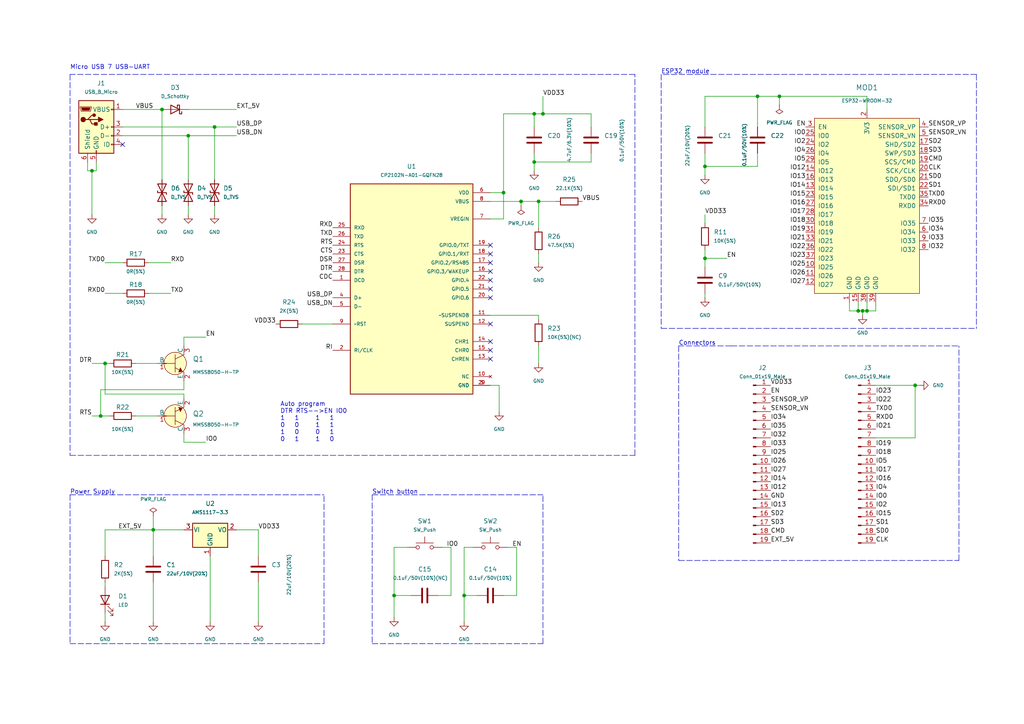
<source format=kicad_sch>
(kicad_sch (version 20211123) (generator eeschema)
  (paper "A4")
  (title_block (title "ESP32 Devkit clone") (date "2021-07-19") (rev "1"))
  (lib_symbols
    (symbol "CP2102N-A01-GQFN28:CP2102N-A01-GQFN28" (pin_names (offset 1.016))
      (property "Reference" "U" (at -17.8308 31.0896 0))
      (property "Value" "CP2102N-A01-GQFN28" (at -17.8054 -31.0388 0))
      (symbol "CP2102N-A01-GQFN28_0_0"
        (rectangle (start -17.78 -30.48) (end 17.78 30.48) (stroke (width 0.254)) (fill (type background)))
        (pin input line (at -22.86 2.54 0) (length 5.08) (name "DCD") (number "1"))
        (pin no_connect line (at 22.86 -25.4 180) (length 5.08) (name "NC") (number "10"))
        (pin output line (at 22.86 -7.62 180) (length 5.08) (name "~SUSPENDB") (number "11"))
        (pin output line (at 22.86 -10.16 180) (length 5.08) (name "SUSPEND") (number "12"))
        (pin output line (at 22.86 -20.32 180) (length 5.08) (name "CHREN") (number "13"))
        (pin output line (at 22.86 -15.24 180) (length 5.08) (name "CHR1") (number "14"))
        (pin output line (at 22.86 -17.78 180) (length 5.08) (name "CHR0") (number "15"))
        (pin bidirectional line (at 22.86 5.08 180) (length 5.08) (name "GPIO.3/WAKEUP") (number "16"))
        (pin bidirectional line (at 22.86 7.62 180) (length 5.08) (name "GPIO.2/RS485") (number "17"))
        (pin bidirectional line (at 22.86 10.16 180) (length 5.08) (name "GPIO.1/RXT") (number "18"))
        (pin bidirectional line (at 22.86 12.7 180) (length 5.08) (name "GPIO.0/TXT") (number "19"))
        (pin bidirectional line (at -22.86 -17.78 0) (length 5.08) (name "RI/CLK") (number "2"))
        (pin bidirectional line (at 22.86 -2.54 180) (length 5.08) (name "GPIO.6") (number "20"))
        (pin bidirectional line (at 22.86 0 180) (length 5.08) (name "GPIO.5") (number "21"))
        (pin bidirectional line (at 22.86 2.54 180) (length 5.08) (name "GPIO.4") (number "22"))
        (pin input line (at -22.86 10.16 0) (length 5.08) (name "CTS") (number "23"))
        (pin output line (at -22.86 12.7 0) (length 5.08) (name "RTS") (number "24"))
        (pin input line (at -22.86 17.78 0) (length 5.08) (name "RXD") (number "25"))
        (pin output line (at -22.86 15.24 0) (length 5.08) (name "TXD") (number "26"))
        (pin input line (at -22.86 7.62 0) (length 5.08) (name "DSR") (number "27"))
        (pin output line (at -22.86 5.08 0) (length 5.08) (name "DTR") (number "28"))
        (pin power_in line (at 22.86 -27.94 180) (length 5.08) (name "GND") (number "29"))
        (pin power_in line (at 22.86 -27.94 180) (length 5.08) (name "GND") (number "3"))
        (pin bidirectional line (at -22.86 -2.54 0) (length 5.08) (name "D+") (number "4"))
        (pin bidirectional line (at -22.86 -5.08 0) (length 5.08) (name "D-") (number "5"))
        (pin power_in line (at 22.86 27.94 180) (length 5.08) (name "VDD") (number "6"))
        (pin power_in line (at 22.86 20.32 180) (length 5.08) (name "VREGIN") (number "7"))
        (pin power_in line (at 22.86 25.4 180) (length 5.08) (name "VBUS") (number "8"))
        (pin input line (at -22.86 -10.16 0) (length 5.08) (name "~RST") (number "9"))
      )
    )
    (symbol "Connector:Conn_01x19_Male" (pin_names (offset 1.016) hide)
      (property "Reference" "J" (at 0 25.4 0))
      (property "Value" "Conn_01x19_Male" (at 0 -25.4 0))
      (symbol "Conn_01x19_Male_1_1"
        (polyline (pts (xy 1.27 -22.86) (xy 0.8636 -22.86)) (stroke (width 0.1524)))
        (polyline (pts (xy 1.27 -20.32) (xy 0.8636 -20.32)) (stroke (width 0.1524)))
        (polyline (pts (xy 1.27 -17.78) (xy 0.8636 -17.78)) (stroke (width 0.1524)))
        (polyline (pts (xy 1.27 -15.24) (xy 0.8636 -15.24)) (stroke (width 0.1524)))
        (polyline (pts (xy 1.27 -12.7) (xy 0.8636 -12.7)) (stroke (width 0.1524)))
        (polyline (pts (xy 1.27 -10.16) (xy 0.8636 -10.16)) (stroke (width 0.1524)))
        (polyline (pts (xy 1.27 -7.62) (xy 0.8636 -7.62)) (stroke (width 0.1524)))
        (polyline (pts (xy 1.27 -5.08) (xy 0.8636 -5.08)) (stroke (width 0.1524)))
        (polyline (pts (xy 1.27 -2.54) (xy 0.8636 -2.54)) (stroke (width 0.1524)))
        (polyline (pts (xy 1.27 0) (xy 0.8636 0)) (stroke (width 0.1524)))
        (polyline (pts (xy 1.27 2.54) (xy 0.8636 2.54)) (stroke (width 0.1524)))
        (polyline (pts (xy 1.27 5.08) (xy 0.8636 5.08)) (stroke (width 0.1524)))
        (polyline (pts (xy 1.27 7.62) (xy 0.8636 7.62)) (stroke (width 0.1524)))
        (polyline (pts (xy 1.27 10.16) (xy 0.8636 10.16)) (stroke (width 0.1524)))
        (polyline (pts (xy 1.27 12.7) (xy 0.8636 12.7)) (stroke (width 0.1524)))
        (polyline (pts (xy 1.27 15.24) (xy 0.8636 15.24)) (stroke (width 0.1524)))
        (polyline (pts (xy 1.27 17.78) (xy 0.8636 17.78)) (stroke (width 0.1524)))
        (polyline (pts (xy 1.27 20.32) (xy 0.8636 20.32)) (stroke (width 0.1524)))
        (polyline (pts (xy 1.27 22.86) (xy 0.8636 22.86)) (stroke (width 0.1524)))
        (rectangle (start 0.8636 -22.733) (end 0 -22.987) (stroke (width 0.1524)) (fill (type outline)))
        (rectangle (start 0.8636 -20.193) (end 0 -20.447) (stroke (width 0.1524)) (fill (type outline)))
        (rectangle (start 0.8636 -17.653) (end 0 -17.907) (stroke (width 0.1524)) (fill (type outline)))
        (rectangle (start 0.8636 -15.113) (end 0 -15.367) (stroke (width 0.1524)) (fill (type outline)))
        (rectangle (start 0.8636 -12.573) (end 0 -12.827) (stroke (width 0.1524)) (fill (type outline)))
        (rectangle (start 0.8636 -10.033) (end 0 -10.287) (stroke (width 0.1524)) (fill (type outline)))
        (rectangle (start 0.8636 -7.493) (end 0 -7.747) (stroke (width 0.1524)) (fill (type outline)))
        (rectangle (start 0.8636 -4.953) (end 0 -5.207) (stroke (width 0.1524)) (fill (type outline)))
        (rectangle (start 0.8636 -2.413) (end 0 -2.667) (stroke (width 0.1524)) (fill (type outline)))
        (rectangle (start 0.8636 0.127) (end 0 -0.127) (stroke (width 0.1524)) (fill (type outline)))
        (rectangle (start 0.8636 2.667) (end 0 2.413) (stroke (width 0.1524)) (fill (type outline)))
        (rectangle (start 0.8636 5.207) (end 0 4.953) (stroke (width 0.1524)) (fill (type outline)))
        (rectangle (start 0.8636 7.747) (end 0 7.493) (stroke (width 0.1524)) (fill (type outline)))
        (rectangle (start 0.8636 10.287) (end 0 10.033) (stroke (width 0.1524)) (fill (type outline)))
        (rectangle (start 0.8636 12.827) (end 0 12.573) (stroke (width 0.1524)) (fill (type outline)))
        (rectangle (start 0.8636 15.367) (end 0 15.113) (stroke (width 0.1524)) (fill (type outline)))
        (rectangle (start 0.8636 17.907) (end 0 17.653) (stroke (width 0.1524)) (fill (type outline)))
        (rectangle (start 0.8636 20.447) (end 0 20.193) (stroke (width 0.1524)) (fill (type outline)))
        (rectangle (start 0.8636 22.987) (end 0 22.733) (stroke (width 0.1524)) (fill (type outline)))
        (pin passive line (at 5.08 22.86 180) (length 3.81) (name "Pin_1") (number "1"))
        (pin passive line (at 5.08 0 180) (length 3.81) (name "Pin_10") (number "10"))
        (pin passive line (at 5.08 -2.54 180) (length 3.81) (name "Pin_11") (number "11"))
        (pin passive line (at 5.08 -5.08 180) (length 3.81) (name "Pin_12") (number "12"))
        (pin passive line (at 5.08 -7.62 180) (length 3.81) (name "Pin_13") (number "13"))
        (pin passive line (at 5.08 -10.16 180) (length 3.81) (name "Pin_14") (number "14"))
        (pin passive line (at 5.08 -12.7 180) (length 3.81) (name "Pin_15") (number "15"))
        (pin passive line (at 5.08 -15.24 180) (length 3.81) (name "Pin_16") (number "16"))
        (pin passive line (at 5.08 -17.78 180) (length 3.81) (name "Pin_17") (number "17"))
        (pin passive line (at 5.08 -20.32 180) (length 3.81) (name "Pin_18") (number "18"))
        (pin passive line (at 5.08 -22.86 180) (length 3.81) (name "Pin_19") (number "19"))
        (pin passive line (at 5.08 20.32 180) (length 3.81) (name "Pin_2") (number "2"))
        (pin passive line (at 5.08 17.78 180) (length 3.81) (name "Pin_3") (number "3"))
        (pin passive line (at 5.08 15.24 180) (length 3.81) (name "Pin_4") (number "4"))
        (pin passive line (at 5.08 12.7 180) (length 3.81) (name "Pin_5") (number "5"))
        (pin passive line (at 5.08 10.16 180) (length 3.81) (name "Pin_6") (number "6"))
        (pin passive line (at 5.08 7.62 180) (length 3.81) (name "Pin_7") (number "7"))
        (pin passive line (at 5.08 5.08 180) (length 3.81) (name "Pin_8") (number "8"))
        (pin passive line (at 5.08 2.54 180) (length 3.81) (name "Pin_9") (number "9"))
      )
    )
    (symbol "Connector:USB_B_Micro" (pin_names (offset 1.016))
      (property "Reference" "J" (at -5.08 11.43 0))
      (property "Value" "USB_B_Micro" (at -5.08 8.89 0))
      (symbol "USB_B_Micro_0_1"
        (rectangle (start -5.08 -7.62) (end 5.08 7.62) (stroke (width 0.254)) (fill (type background)))
        (circle (center -3.81 2.159) (radius 0.635) (stroke (width 0.254)) (fill (type outline)))
        (circle (center -0.635 3.429) (radius 0.381) (stroke (width 0.254)) (fill (type outline)))
        (rectangle (start -0.127 -7.62) (end 0.127 -6.858))
        (polyline (pts (xy -1.905 2.159) (xy 0.635 2.159)) (stroke (width 0.254)))
        (polyline (pts (xy -3.175 2.159) (xy -2.54 2.159) (xy -1.27 3.429) (xy -0.635 3.429)) (stroke (width 0.254)))
        (polyline (pts (xy -2.54 2.159) (xy -1.905 2.159) (xy -1.27 0.889) (xy 0 0.889)) (stroke (width 0.254)))
        (polyline (pts (xy 0.635 2.794) (xy 0.635 1.524) (xy 1.905 2.159) (xy 0.635 2.794)) (stroke (width 0.254)) (fill (type outline)))
        (polyline (pts (xy -4.318 5.588) (xy -1.778 5.588) (xy -2.032 4.826) (xy -4.064 4.826) (xy -4.318 5.588)) (fill (type outline)))
        (polyline (pts (xy -4.699 5.842) (xy -4.699 5.588) (xy -4.445 4.826) (xy -4.445 4.572) (xy -1.651 4.572) (xy -1.651 4.826) (xy -1.397 5.588) (xy -1.397 5.842) (xy -4.699 5.842)))
        (rectangle (start 0.254 1.27) (end -0.508 0.508) (stroke (width 0.254)) (fill (type outline)))
        (rectangle (start 5.08 -5.207) (end 4.318 -4.953))
        (rectangle (start 5.08 -2.667) (end 4.318 -2.413))
        (rectangle (start 5.08 -0.127) (end 4.318 0.127))
        (rectangle (start 5.08 4.953) (end 4.318 5.207))
      )
      (symbol "USB_B_Micro_1_1"
        (pin power_out line (at 7.62 5.08 180) (length 2.54) (name "VBUS") (number "1"))
        (pin bidirectional line (at 7.62 -2.54 180) (length 2.54) (name "D-") (number "2"))
        (pin bidirectional line (at 7.62 0 180) (length 2.54) (name "D+") (number "3"))
        (pin passive line (at 7.62 -5.08 180) (length 2.54) (name "ID") (number "4"))
        (pin power_out line (at 0 -10.16 90) (length 2.54) (name "GND") (number "5"))
        (pin passive line (at -2.54 -10.16 90) (length 2.54) (name "Shield") (number "6"))
      )
    )
    (symbol "Device:C" (pin_numbers hide) (pin_names (offset 0.254))
      (property "Reference" "C" (at 0.635 2.54 0))
      (property "Value" "C" (at 0.635 -2.54 0))
      (symbol "C_0_1"
        (polyline (pts (xy -2.032 -0.762) (xy 2.032 -0.762)) (stroke (width 0.508)))
        (polyline (pts (xy -2.032 0.762) (xy 2.032 0.762)) (stroke (width 0.508)))
      )
      (symbol "C_1_1"
        (pin passive line (at 0 3.81 270) (length 2.794) (name "~") (number "1"))
        (pin passive line (at 0 -3.81 90) (length 2.794) (name "~") (number "2"))
      )
    )
    (symbol "Device:D_Schottky" (pin_numbers hide) (pin_names (offset 1.016) hide)
      (property "Reference" "D" (at 0 2.54 0))
      (property "Value" "D_Schottky" (at 0 -2.54 0))
      (symbol "D_Schottky_0_1"
        (polyline (pts (xy 1.27 0) (xy -1.27 0)))
        (polyline (pts (xy 1.27 1.27) (xy 1.27 -1.27) (xy -1.27 0) (xy 1.27 1.27)) (stroke (width 0.254)))
        (polyline (pts (xy -1.905 0.635) (xy -1.905 1.27) (xy -1.27 1.27) (xy -1.27 -1.27) (xy -0.635 -1.27) (xy -0.635 -0.635)) (stroke (width 0.254)))
      )
      (symbol "D_Schottky_1_1"
        (pin passive line (at -3.81 0 0) (length 2.54) (name "K") (number "1"))
        (pin passive line (at 3.81 0 180) (length 2.54) (name "A") (number "2"))
      )
    )
    (symbol "Device:D_TVS" (pin_numbers hide) (pin_names (offset 1.016) hide)
      (property "Reference" "D" (at 0 2.54 0))
      (property "Value" "D_TVS" (at 0 -2.54 0))
      (symbol "D_TVS_0_1"
        (polyline (pts (xy 1.27 0) (xy -1.27 0)))
        (polyline (pts (xy 0.508 1.27) (xy 0 1.27) (xy 0 -1.27) (xy -0.508 -1.27)) (stroke (width 0.254)))
        (polyline (pts (xy -2.54 1.27) (xy -2.54 -1.27) (xy 2.54 1.27) (xy 2.54 -1.27) (xy -2.54 1.27)) (stroke (width 0.254)))
      )
      (symbol "D_TVS_1_1"
        (pin passive line (at -3.81 0 0) (length 2.54) (name "A1") (number "1"))
        (pin passive line (at 3.81 0 180) (length 2.54) (name "A2") (number "2"))
      )
    )
    (symbol "Device:LED" (pin_numbers hide) (pin_names (offset 1.016) hide)
      (property "Reference" "D" (at 0 2.54 0))
      (property "Value" "LED" (at 0 -2.54 0))
      (symbol "LED_0_1"
        (polyline (pts (xy -1.27 -1.27) (xy -1.27 1.27)) (stroke (width 0.254)))
        (polyline (pts (xy -1.27 0) (xy 1.27 0)))
        (polyline (pts (xy 1.27 -1.27) (xy 1.27 1.27) (xy -1.27 0) (xy 1.27 -1.27)) (stroke (width 0.254)))
        (polyline (pts (xy -3.048 -0.762) (xy -4.572 -2.286) (xy -3.81 -2.286) (xy -4.572 -2.286) (xy -4.572 -1.524)))
        (polyline (pts (xy -1.778 -0.762) (xy -3.302 -2.286) (xy -2.54 -2.286) (xy -3.302 -2.286) (xy -3.302 -1.524)))
      )
      (symbol "LED_1_1"
        (pin passive line (at -3.81 0 0) (length 2.54) (name "K") (number "1"))
        (pin passive line (at 3.81 0 180) (length 2.54) (name "A") (number "2"))
      )
    )
    (symbol "Device:R" (pin_numbers hide) (pin_names (offset 0))
      (property "Reference" "R" (at 2.032 0 90))
      (property "Value" "R" (at 0 0 90))
      (symbol "R_0_1"
        (rectangle (start -1.016 -2.54) (end 1.016 2.54) (stroke (width 0.254)))
      )
      (symbol "R_1_1"
        (pin passive line (at 0 3.81 270) (length 1.27) (name "~") (number "1"))
        (pin passive line (at 0 -3.81 90) (length 1.27) (name "~") (number "2"))
      )
    )
    (symbol "Regulator_Linear:AMS1117-3.3" (pin_names (offset 0.254))
      (property "Reference" "U" (at -3.81 3.175 0))
      (property "Value" "AMS1117-3.3" (at 0 3.175 0))
      (symbol "AMS1117-3.3_0_1"
        (rectangle (start -5.08 -5.08) (end 5.08 1.905) (stroke (width 0.254)) (fill (type background)))
      )
      (symbol "AMS1117-3.3_1_1"
        (pin power_in line (at 0 -7.62 90) (length 2.54) (name "GND") (number "1"))
        (pin power_out line (at 7.62 0 180) (length 2.54) (name "VO") (number "2"))
        (pin power_in line (at -7.62 0 0) (length 2.54) (name "VI") (number "3"))
      )
    )
    (symbol "Switch:SW_Push" (pin_numbers hide) (pin_names (offset 1.016) hide)
      (property "Reference" "SW" (at 1.27 2.54 0))
      (property "Value" "SW_Push" (at 0 -1.524 0))
      (symbol "SW_Push_0_1"
        (circle (center -2.032 0) (radius 0.508))
        (polyline (pts (xy 0 1.27) (xy 0 3.048)))
        (polyline (pts (xy 2.54 1.27) (xy -2.54 1.27)))
        (circle (center 2.032 0) (radius 0.508))
        (pin passive line (at -5.08 0 0) (length 2.54) (name "1") (number "1"))
        (pin passive line (at 5.08 0 180) (length 2.54) (name "2") (number "2"))
      )
    )
    (symbol "dk_RF-Transceiver-Modules:ESP32-WROOM-32" (pin_names (offset 1.016))
      (property "Reference" "MOD" (at -10.16 1.27 0))
      (property "Value" "ESP32-WROOM-32" (at 5.08 -25.4 90))
      (symbol "ESP32-WROOM-32_0_1"
        (rectangle (start -10.16 0) (end 20.32 -50.8) (fill (type background)))
      )
      (symbol "ESP32-WROOM-32_1_1"
        (pin power_in line (at 0 -53.34 90) (length 2.54) (name "GND") (number "1"))
        (pin bidirectional line (at -12.7 -43.18 0) (length 2.54) (name "IO25") (number "10"))
        (pin bidirectional line (at -12.7 -45.72 0) (length 2.54) (name "IO26") (number "11"))
        (pin bidirectional line (at -12.7 -48.26 0) (length 2.54) (name "IO27") (number "12"))
        (pin bidirectional line (at -12.7 -20.32 0) (length 2.54) (name "IO14") (number "13"))
        (pin bidirectional line (at -12.7 -15.24 0) (length 2.54) (name "IO12") (number "14"))
        (pin power_in line (at 2.54 -53.34 90) (length 2.54) (name "GND") (number "15"))
        (pin bidirectional line (at -12.7 -17.78 0) (length 2.54) (name "IO13") (number "16"))
        (pin bidirectional line (at 22.86 -7.62 180) (length 2.54) (name "SHD/SD2") (number "17"))
        (pin bidirectional line (at 22.86 -10.16 180) (length 2.54) (name "SWP/SD3") (number "18"))
        (pin bidirectional line (at 22.86 -12.7 180) (length 2.54) (name "SCS/CMD") (number "19"))
        (pin power_in line (at 5.08 2.54 270) (length 2.54) (name "3V3") (number "2"))
        (pin bidirectional line (at 22.86 -15.24 180) (length 2.54) (name "SCK/CLK") (number "20"))
        (pin bidirectional line (at 22.86 -17.78 180) (length 2.54) (name "SDO/SD0") (number "21"))
        (pin bidirectional line (at 22.86 -20.32 180) (length 2.54) (name "SDI/SD1") (number "22"))
        (pin bidirectional line (at -12.7 -22.86 0) (length 2.54) (name "IO15") (number "23"))
        (pin bidirectional line (at -12.7 -7.62 0) (length 2.54) (name "IO2") (number "24"))
        (pin bidirectional line (at -12.7 -5.08 0) (length 2.54) (name "IO0") (number "25"))
        (pin bidirectional line (at -12.7 -10.16 0) (length 2.54) (name "IO4") (number "26"))
        (pin bidirectional line (at -12.7 -25.4 0) (length 2.54) (name "IO16") (number "27"))
        (pin bidirectional line (at -12.7 -27.94 0) (length 2.54) (name "IO17") (number "28"))
        (pin bidirectional line (at -12.7 -12.7 0) (length 2.54) (name "IO5") (number "29"))
        (pin input line (at -12.7 -2.54 0) (length 2.54) (name "EN") (number "3"))
        (pin bidirectional line (at -12.7 -30.48 0) (length 2.54) (name "IO18") (number "30"))
        (pin bidirectional line (at -12.7 -33.02 0) (length 2.54) (name "IO19") (number "31"))
        (pin no_connect line (at 20.32 -43.18 180) (length 2.54) hide (name "NC") (number "32"))
        (pin bidirectional line (at -12.7 -35.56 0) (length 2.54) (name "IO21") (number "33"))
        (pin bidirectional line (at 22.86 -25.4 180) (length 2.54) (name "RXD0") (number "34"))
        (pin bidirectional line (at 22.86 -22.86 180) (length 2.54) (name "TXD0") (number "35"))
        (pin bidirectional line (at -12.7 -38.1 0) (length 2.54) (name "IO22") (number "36"))
        (pin bidirectional line (at -12.7 -40.64 0) (length 2.54) (name "IO23") (number "37"))
        (pin power_in line (at 5.08 -53.34 90) (length 2.54) (name "GND") (number "38"))
        (pin power_in line (at 7.62 -53.34 90) (length 2.54) (name "GND") (number "39"))
        (pin input line (at 22.86 -2.54 180) (length 2.54) (name "SENSOR_VP") (number "4"))
        (pin input line (at 22.86 -5.08 180) (length 2.54) (name "SENSOR_VN") (number "5"))
        (pin bidirectional line (at 22.86 -33.02 180) (length 2.54) (name "IO34") (number "6"))
        (pin bidirectional line (at 22.86 -30.48 180) (length 2.54) (name "IO35") (number "7"))
        (pin bidirectional line (at 22.86 -38.1 180) (length 2.54) (name "IO32") (number "8"))
        (pin bidirectional line (at 22.86 -35.56 180) (length 2.54) (name "IO33") (number "9"))
      )
    )
    (symbol "dk_Transistors-Bipolar-BJT-Single:MMSS8050-H-TP" (pin_names (offset 0))
      (property "Reference" "Q" (at -3.2004 4.2164 0))
      (property "Value" "MMSS8050-H-TP" (at 5.2324 0 90))
      (symbol "MMSS8050-H-TP_0_1"
        (polyline (pts (xy -3.81 0) (xy -2.54 0)))
        (polyline (pts (xy -3.556 0) (xy 0 0)))
        (polyline (pts (xy 0 -1.27) (xy 2.54 -2.54)))
        (polyline (pts (xy 0 1.27) (xy 2.54 2.54)))
        (polyline (pts (xy 0 2.54) (xy 0 -2.54)))
        (polyline (pts (xy 1.524 -1.27) (xy 2.032 -2.286) (xy 1.016 -2.54) (xy 1.524 -1.27)) (fill (type outline)))
        (circle (center 0 0) (radius 3.2512) (fill (type background)))
      )
      (symbol "MMSS8050-H-TP_1_1"
        (pin input line (at -5.08 0 0) (length 2.54) (name "B") (number "1"))
        (pin passive line (at 2.54 -5.08 90) (length 2.54) (name "E") (number "2"))
        (pin passive line (at 2.54 5.08 270) (length 2.54) (name "C") (number "3"))
      )
    )
    (symbol "power:GND" (power) (pin_names (offset 0))
      (property "Value" "GND" (at 0 -3.81 0))
      (symbol "GND_0_1"
        (polyline (pts (xy 0 0) (xy 0 -1.27) (xy 1.27 -1.27) (xy 0 -2.54) (xy -1.27 -1.27) (xy 0 -1.27)))
      )
      (symbol "GND_1_1"
        (pin power_in line (at 0 0 270) (length 0) hide (name "GND") (number "1"))
      )
    )
    (symbol "power:PWR_FLAG" (power) (pin_numbers hide) (pin_names (offset 0) hide)
      (property "Value" "PWR_FLAG" (at 0 3.81 0))
      (symbol "PWR_FLAG_0_0"
        (pin power_out line (at 0 0 90) (length 0) (name "pwr") (number "1"))
      )
      (symbol "PWR_FLAG_0_1"
        (polyline (pts (xy 0 0) (xy 0 1.27) (xy -1.016 1.905) (xy 0 2.54) (xy 1.016 1.905) (xy 0 1.27)))
      )
    )
  )
  (junction (at 114.3 172.72) (diameter 0.9144))
  (junction (at 204.47 74.93) (diameter 0.9144))
  (junction (at 151.13 58.42) (diameter 0.9144))
  (junction (at 54.61 39.37) (diameter 0.9144))
  (junction (at 46.99 31.75) (diameter 0.9144))
  (junction (at 154.94 46.99) (diameter 0.9144))
  (junction (at 204.47 48.26) (diameter 0.9144))
  (junction (at 26.67 49.53) (diameter 0.9144))
  (junction (at 251.46 90.17) (diameter 0.9144))
  (junction (at 248.92 90.17) (diameter 0.9144))
  (junction (at 29.21 120.65) (diameter 0.9144))
  (junction (at 250.19 90.17) (diameter 0.9144))
  (junction (at 219.71 27.94) (diameter 0.9144))
  (junction (at 146.05 55.88) (diameter 0.9144))
  (junction (at 30.48 105.41) (diameter 0.9144))
  (junction (at 265.43 111.76) (diameter 0.9144))
  (junction (at 156.21 58.42) (diameter 0.9144))
  (junction (at 44.45 153.67) (diameter 0.9144))
  (junction (at 134.62 172.72) (diameter 0.9144))
  (junction (at 157.48 33.02) (diameter 0.9144))
  (junction (at 154.94 33.02) (diameter 0.9144))
  (junction (at 226.06 27.94) (diameter 0.9144))
  (junction (at 62.23 36.83) (diameter 0.9144))
  (no_connect (at 142.24 71.12))
  (no_connect (at 142.24 73.66))
  (no_connect (at 142.24 76.2))
  (no_connect (at 142.24 86.36))
  (no_connect (at 142.24 93.98))
  (no_connect (at 142.24 99.06))
  (no_connect (at 142.24 101.6))
  (no_connect (at 142.24 104.14))
  (no_connect (at 142.24 83.82))
  (no_connect (at 142.24 78.74))
  (no_connect (at 142.24 81.28))
  (no_connect (at 35.56 41.91))
  (wire (pts (xy 30.48 177.8) (xy 30.48 180.34)))
  (wire (pts (xy 53.34 97.79) (xy 59.69 97.79)))
  (wire (pts (xy 53.34 100.33) (xy 53.34 97.79)))
  (wire (pts (xy 157.48 27.94) (xy 157.48 33.02)))
  (wire (pts (xy 154.94 33.02) (xy 154.94 36.83)))
  (polyline (pts (xy 20.32 132.08) (xy 184.15 132.08)) (stroke (width 0) (type dash)))
  (polyline (pts (xy 184.15 21.59) (xy 20.32 21.59)) (stroke (width 0) (type dash)))
  (polyline (pts (xy 20.32 21.59) (xy 20.32 132.08)) (stroke (width 0) (type dash)))
  (polyline (pts (xy 184.15 132.08) (xy 184.15 21.59)) (stroke (width 0) (type dash)))
  (wire (pts (xy 26.67 120.65) (xy 29.21 120.65)))
  (wire (pts (xy 151.13 58.42) (xy 151.13 59.69)))
  (wire (pts (xy 134.62 158.75) (xy 134.62 172.72)))
  (wire (pts (xy 134.62 172.72) (xy 138.43 172.72)))
  (wire (pts (xy 137.16 158.75) (xy 134.62 158.75)))
  (wire (pts (xy 35.56 36.83) (xy 62.23 36.83)))
  (wire (pts (xy 62.23 36.83) (xy 62.23 52.07)))
  (wire (pts (xy 26.67 49.53) (xy 26.67 62.23)))
  (wire (pts (xy 156.21 73.66) (xy 156.21 76.2)))
  (wire (pts (xy 46.99 31.75) (xy 46.99 52.07)))
  (wire (pts (xy 30.48 153.67) (xy 30.48 161.29)))
  (wire (pts (xy 44.45 153.67) (xy 30.48 153.67)))
  (wire (pts (xy 53.34 153.67) (xy 44.45 153.67)))
  (wire (pts (xy 39.37 105.41) (xy 45.72 105.41)))
  (wire (pts (xy 43.18 85.09) (xy 49.53 85.09)))
  (wire (pts (xy 204.47 85.09) (xy 204.47 86.36)))
  (wire (pts (xy 254 127) (xy 265.43 127)))
  (wire (pts (xy 265.43 127) (xy 265.43 111.76)))
  (wire (pts (xy 114.3 172.72) (xy 114.3 179.07)))
  (wire (pts (xy 204.47 48.26) (xy 204.47 50.8)))
  (wire (pts (xy 250.19 90.17) (xy 250.19 91.44)))
  (wire (pts (xy 44.45 149.86) (xy 44.45 153.67)))
  (wire (pts (xy 87.63 93.98) (xy 96.52 93.98)))
  (wire (pts (xy 154.94 46.99) (xy 171.45 46.99)))
  (wire (pts (xy 171.45 46.99) (xy 171.45 44.45)))
  (wire (pts (xy 154.94 44.45) (xy 154.94 46.99)))
  (wire (pts (xy 30.48 168.91) (xy 30.48 170.18)))
  (wire (pts (xy 62.23 36.83) (xy 68.58 36.83)))
  (wire (pts (xy 54.61 39.37) (xy 68.58 39.37)))
  (wire (pts (xy 68.58 153.67) (xy 74.93 153.67)))
  (wire (pts (xy 74.93 153.67) (xy 74.93 161.29)))
  (polyline (pts (xy 107.95 143.51) (xy 157.48 143.51)) (stroke (width 0) (type dash)))
  (polyline (pts (xy 107.95 143.51) (xy 107.95 186.69)) (stroke (width 0) (type dash)))
  (polyline (pts (xy 107.95 186.69) (xy 157.48 186.69)) (stroke (width 0) (type dash)))
  (polyline (pts (xy 157.48 186.69) (xy 157.48 143.51)) (stroke (width 0) (type dash)))
  (polyline (pts (xy 283.21 21.59) (xy 191.77 21.59)) (stroke (width 0) (type dash)))
  (polyline (pts (xy 191.77 95.25) (xy 283.21 95.25)) (stroke (width 0) (type dash)))
  (polyline (pts (xy 191.77 21.59) (xy 191.77 95.25)) (stroke (width 0) (type dash)))
  (polyline (pts (xy 283.21 21.59) (xy 283.21 95.25)) (stroke (width 0) (type dash)))
  (wire (pts (xy 35.56 39.37) (xy 54.61 39.37)))
  (wire (pts (xy 54.61 39.37) (xy 54.61 52.07)))
  (wire (pts (xy 219.71 27.94) (xy 219.71 36.83)))
  (wire (pts (xy 134.62 172.72) (xy 134.62 180.34)))
  (wire (pts (xy 226.06 27.94) (xy 226.06 30.48)))
  (polyline (pts (xy 212.09 100.33) (xy 196.85 100.33)) (stroke (width 0) (type dash)))
  (polyline (pts (xy 212.09 100.33) (xy 278.13 100.33)) (stroke (width 0) (type dash)))
  (polyline (pts (xy 196.85 162.56) (xy 278.13 162.56)) (stroke (width 0) (type dash)))
  (polyline (pts (xy 196.85 100.33) (xy 196.85 162.56)) (stroke (width 0) (type dash)))
  (polyline (pts (xy 278.13 162.56) (xy 278.13 100.33)) (stroke (width 0) (type dash)))
  (wire (pts (xy 43.18 76.2) (xy 49.53 76.2)))
  (wire (pts (xy 157.48 33.02) (xy 171.45 33.02)))
  (wire (pts (xy 171.45 33.02) (xy 171.45 36.83)))
  (wire (pts (xy 146.05 33.02) (xy 154.94 33.02)))
  (wire (pts (xy 146.05 55.88) (xy 146.05 33.02)))
  (wire (pts (xy 154.94 33.02) (xy 157.48 33.02)))
  (wire (pts (xy 25.4 49.53) (xy 26.67 49.53)))
  (wire (pts (xy 25.4 46.99) (xy 25.4 49.53)))
  (wire (pts (xy 26.67 49.53) (xy 27.94 49.53)))
  (wire (pts (xy 27.94 49.53) (xy 27.94 46.99)))
  (wire (pts (xy 254 111.76) (xy 265.43 111.76)))
  (wire (pts (xy 265.43 111.76) (xy 266.7 111.76)))
  (wire (pts (xy 35.56 31.75) (xy 46.99 31.75)))
  (wire (pts (xy 146.05 172.72) (xy 149.86 172.72)))
  (wire (pts (xy 147.32 158.75) (xy 149.86 158.75)))
  (wire (pts (xy 149.86 172.72) (xy 149.86 158.75)))
  (wire (pts (xy 156.21 91.44) (xy 142.24 91.44)))
  (wire (pts (xy 156.21 92.71) (xy 156.21 91.44)))
  (wire (pts (xy 114.3 158.75) (xy 114.3 172.72)))
  (wire (pts (xy 114.3 158.75) (xy 118.11 158.75)))
  (wire (pts (xy 114.3 172.72) (xy 119.38 172.72)))
  (wire (pts (xy 248.92 87.63) (xy 248.92 90.17)))
  (wire (pts (xy 44.45 168.91) (xy 44.45 180.34)))
  (wire (pts (xy 204.47 48.26) (xy 204.47 44.45)))
  (wire (pts (xy 219.71 44.45) (xy 219.71 48.26)))
  (wire (pts (xy 219.71 48.26) (xy 204.47 48.26)))
  (wire (pts (xy 251.46 27.94) (xy 226.06 27.94)))
  (wire (pts (xy 251.46 31.75) (xy 251.46 27.94)))
  (wire (pts (xy 204.47 27.94) (xy 204.47 36.83)))
  (wire (pts (xy 219.71 27.94) (xy 204.47 27.94)))
  (wire (pts (xy 226.06 27.94) (xy 219.71 27.94)))
  (wire (pts (xy 74.93 168.91) (xy 74.93 180.34)))
  (wire (pts (xy 250.19 90.17) (xy 251.46 90.17)))
  (wire (pts (xy 251.46 90.17) (xy 254 90.17)))
  (wire (pts (xy 246.38 87.63) (xy 246.38 90.17)))
  (wire (pts (xy 246.38 90.17) (xy 248.92 90.17)))
  (wire (pts (xy 248.92 90.17) (xy 250.19 90.17)))
  (wire (pts (xy 254 87.63) (xy 254 90.17)))
  (wire (pts (xy 127 172.72) (xy 130.81 172.72)))
  (wire (pts (xy 128.27 158.75) (xy 130.81 158.75)))
  (wire (pts (xy 130.81 158.75) (xy 130.81 172.72)))
  (wire (pts (xy 204.47 72.39) (xy 204.47 74.93)))
  (wire (pts (xy 204.47 74.93) (xy 204.47 77.47)))
  (wire (pts (xy 151.13 58.42) (xy 156.21 58.42)))
  (wire (pts (xy 156.21 58.42) (xy 161.29 58.42)))
  (wire (pts (xy 142.24 58.42) (xy 151.13 58.42)))
  (wire (pts (xy 156.21 100.33) (xy 156.21 105.41)))
  (wire (pts (xy 204.47 62.23) (xy 204.47 64.77)))
  (wire (pts (xy 142.24 63.5) (xy 146.05 63.5)))
  (wire (pts (xy 142.24 55.88) (xy 146.05 55.88)))
  (wire (pts (xy 146.05 63.5) (xy 146.05 55.88)))
  (wire (pts (xy 251.46 87.63) (xy 251.46 90.17)))
  (wire (pts (xy 54.61 31.75) (xy 68.58 31.75)))
  (wire (pts (xy 154.94 46.99) (xy 154.94 49.53)))
  (wire (pts (xy 44.45 153.67) (xy 44.45 161.29)))
  (wire (pts (xy 29.21 113.03) (xy 29.21 120.65)))
  (wire (pts (xy 29.21 120.65) (xy 31.75 120.65)))
  (wire (pts (xy 53.34 110.49) (xy 53.34 113.03)))
  (wire (pts (xy 53.34 113.03) (xy 29.21 113.03)))
  (wire (pts (xy 60.96 161.29) (xy 60.96 180.34)))
  (wire (pts (xy 53.34 125.73) (xy 53.34 128.27)))
  (wire (pts (xy 53.34 128.27) (xy 59.69 128.27)))
  (wire (pts (xy 53.34 114.3) (xy 30.48 114.3)))
  (wire (pts (xy 53.34 115.57) (xy 53.34 114.3)))
  (wire (pts (xy 30.48 114.3) (xy 30.48 105.41)))
  (wire (pts (xy 46.99 59.69) (xy 46.99 62.23)))
  (polyline (pts (xy 20.32 143.51) (xy 93.98 143.51)) (stroke (width 0) (type dash)))
  (polyline (pts (xy 20.32 143.51) (xy 20.32 186.69)) (stroke (width 0) (type dash)))
  (polyline (pts (xy 93.98 186.69) (xy 93.98 143.51)) (stroke (width 0) (type dash)))
  (polyline (pts (xy 20.32 186.69) (xy 93.98 186.69)) (stroke (width 0) (type dash)))
  (wire (pts (xy 39.37 120.65) (xy 45.72 120.65)))
  (wire (pts (xy 142.24 111.76) (xy 144.78 111.76)))
  (wire (pts (xy 144.78 111.76) (xy 144.78 119.38)))
  (wire (pts (xy 62.23 59.69) (xy 62.23 62.23)))
  (wire (pts (xy 54.61 59.69) (xy 54.61 62.23)))
  (wire (pts (xy 156.21 58.42) (xy 156.21 66.04)))
  (wire (pts (xy 30.48 85.09) (xy 35.56 85.09)))
  (wire (pts (xy 26.67 105.41) (xy 30.48 105.41)))
  (wire (pts (xy 30.48 105.41) (xy 31.75 105.41)))
  (wire (pts (xy 204.47 74.93) (xy 210.82 74.93)))
  (wire (pts (xy 30.48 76.2) (xy 35.56 76.2)))
  (text "Power Supply" (at 20.32 143.51 0) (effects (font (size 1.27 1.27)) (justify left bottom)))
  (text "ESP32 module" (at 191.77 21.59 0) (effects (font (size 1.27 1.27)) (justify left bottom)))
  (text "Micro USB 7 USB-UART" (at 20.32 20.32 0) (effects (font (size 1.27 1.27)) (justify left bottom)))
  (text "Auto program \nDTR RTS-->EN IO0 \n1   1     1   1\n0   0     1   1 \n1   0     0   1 \n0   1     1   0" (at 81.28 128.27 0) (effects (font (size 1.27 1.27)) (justify left bottom)))
  (text "Connectors" (at 196.85 100.33 0) (effects (font (size 1.27 1.27)) (justify left bottom)))
  (text "Switch button" (at 107.95 143.51 0) (effects (font (size 1.27 1.27)) (justify left bottom)))
  (label "IO25" (at 233.68 77.47 180))
  (label "IO13" (at 223.52 147.32 0))
  (label "IO18" (at 254 132.08 0))
  (label "TXD" (at 49.53 85.09 0))
  (label "IO0" (at 59.69 128.27 0))
  (label "USB_DP" (at 96.52 86.36 180))
  (label "IO13" (at 233.68 52.07 180))
  (label "SD1" (at 254 152.4 0))
  (label "IO19" (at 254 129.54 0))
  (label "TXD0" (at 254 119.38 0))
  (label "SD1" (at 269.24 54.61 0))
  (label "IO18" (at 233.68 64.77 180))
  (label "DTR" (at 96.52 78.74 180))
  (label "IO22" (at 254 116.84 0))
  (label "IO2" (at 233.68 41.91 180))
  (label "IO34" (at 223.52 121.92 0))
  (label "SD0" (at 254 154.94 0))
  (label "IO2" (at 254 147.32 0))
  (label "CLK" (at 269.24 49.53 0))
  (label "IO12" (at 233.68 49.53 180))
  (label "IO27" (at 233.68 82.55 180))
  (label "VDD33" (at 157.48 27.94 0))
  (label "IO33" (at 223.52 129.54 0))
  (label "IO32" (at 223.52 127 0))
  (label "VDD33" (at 223.52 111.76 0))
  (label "USB_DP" (at 68.58 36.83 0))
  (label "SD3" (at 223.52 152.4 0))
  (label "SENSOR_VN" (at 223.52 119.38 0))
  (label "RXD" (at 49.53 76.2 0))
  (label "SENSOR_VP" (at 223.52 116.84 0))
  (label "VDD33" (at 74.93 153.67 0))
  (label "RTS" (at 26.67 120.65 180))
  (label "IO23" (at 254 114.3 0))
  (label "USB_DN" (at 96.52 88.9 180))
  (label "SD2" (at 269.24 41.91 0))
  (label "IO35" (at 269.24 64.77 0))
  (label "IO5" (at 254 134.62 0))
  (label "RTS" (at 96.52 71.12 180))
  (label "USB_DN" (at 68.58 39.37 0))
  (label "IO26" (at 233.68 80.01 180))
  (label "EN" (at 59.69 97.79 0))
  (label "IO35" (at 223.52 124.46 0))
  (label "IO34" (at 269.24 67.31 0))
  (label "IO0" (at 129.54 158.75 0))
  (label "SENSOR_VP" (at 269.24 36.83 0))
  (label "EXT_5V" (at 34.29 153.67 0))
  (label "EN" (at 233.68 36.83 180))
  (label "IO14" (at 233.68 54.61 180))
  (label "SD0" (at 269.24 52.07 0))
  (label "IO16" (at 233.68 59.69 180))
  (label "VBUS" (at 39.37 31.75 0))
  (label "RXD0" (at 269.24 59.69 0))
  (label "VBUS" (at 168.91 58.42 0))
  (label "CMD" (at 269.24 46.99 0))
  (label "VDD33" (at 204.47 62.23 0))
  (label "IO14" (at 223.52 139.7 0))
  (label "IO17" (at 233.68 62.23 180))
  (label "RXD" (at 96.52 66.04 180))
  (label "CDC" (at 96.52 81.28 180))
  (label "TXD0" (at 30.48 76.2 180))
  (label "IO0" (at 254 144.78 0))
  (label "TXD" (at 96.52 68.58 180))
  (label "SD3" (at 269.24 44.45 0))
  (label "GND" (at 223.52 144.78 0))
  (label "IO5" (at 233.68 46.99 180))
  (label "SENSOR_VN" (at 269.24 39.37 0))
  (label "IO25" (at 223.52 132.08 0))
  (label "TXD0" (at 269.24 57.15 0))
  (label "EN" (at 223.52 114.3 0))
  (label "CMD" (at 223.52 154.94 0))
  (label "IO4" (at 254 142.24 0))
  (label "CTS" (at 96.52 73.66 180))
  (label "IO22" (at 233.68 72.39 180))
  (label "IO17" (at 254 137.16 0))
  (label "RXD0" (at 30.48 85.09 180))
  (label "IO15" (at 254 149.86 0))
  (label "IO16" (at 254 139.7 0))
  (label "IO21" (at 254 124.46 0))
  (label "IO33" (at 269.24 69.85 0))
  (label "IO26" (at 223.52 134.62 0))
  (label "IO4" (at 233.68 44.45 180))
  (label "DSR" (at 96.52 76.2 180))
  (label "SD2" (at 223.52 149.86 0))
  (label "EN" (at 210.82 74.93 0))
  (label "RXD0" (at 254 121.92 0))
  (label "IO23" (at 233.68 74.93 180))
  (label "EXT_5V" (at 68.58 31.75 0))
  (label "RI" (at 96.52 101.6 180))
  (label "DTR" (at 26.67 105.41 180))
  (label "IO15" (at 233.68 57.15 180))
  (label "IO12" (at 223.52 142.24 0))
  (label "IO32" (at 269.24 72.39 0))
  (label "EN" (at 148.59 158.75 0))
  (label "VDD33" (at 80.01 93.98 180))
  (label "IO0" (at 233.68 39.37 180))
  (label "IO27" (at 223.52 137.16 0))
  (label "IO19" (at 233.68 67.31 180))
  (label "IO21" (at 233.68 69.85 180))
  (label "CLK" (at 254 157.48 0))
  (label "EXT_5V" (at 223.52 157.48 0))
  (symbol (lib_id "Switch:SW_Push") (at 123.19 158.75 0) (unit 1)
    (property "Reference" "SW1" (at 123.19 151.13 0))
    (property "Value" "SW_Push" (at 123.19 153.67 0) (effects (font (size 1 1))))
    (property "Footprint" "Button_Switch_SMD:SW_SPST_B3S-1000" (effects hide))
  )
  (symbol (lib_id "Device:D_Schottky") (at 50.8 31.75 180) (unit 1)
    (property "Reference" "D3" (at 50.8 25.4 0))
    (property "Value" "D_Schottky" (at 50.8 27.94 0) (effects (font (size 1 1))))
    (property "Footprint" "Diode_SMD:D_SOD-323" (effects hide))
  )
  (symbol (lib_id "power:GND") (at 74.93 180.34 0) (unit 1)
    (property "Reference" "#PWR08" (effects hide))
    (property "Value" "GND" (at 74.93 185.42 0) (effects (font (size 1 1))))
  )
  (symbol (lib_id "Device:R") (at 39.37 76.2 90) (unit 1)
    (property "Reference" "R17" (at 39.37 73.66 90))
    (property "Value" "0R(5%)" (at 39.37 78.74 90) (effects (font (size 1 1))))
    (property "Footprint" "Resistor_SMD:R_01005_0402Metric" (effects hide))
  )
  (symbol (lib_id "Device:R") (at 35.56 105.41 90) (unit 1)
    (property "Reference" "R21" (at 35.56 102.87 90))
    (property "Value" "10K(5%)" (at 35.56 107.95 90) (effects (font (size 1 1))))
    (property "Footprint" "Resistor_SMD:R_01005_0402Metric" (effects hide))
  )
  (symbol (lib_id "Device:C") (at 204.47 40.64 0) (unit 1)
    (property "Reference" "C21" (at 208.28 39.3699 0) (effects (justify left)))
    (property "Value" "22uF{slash}10V(20%)" (at 199.39 48.2599 90) (effects (font (size 1 1)) (justify left)))
    (property "Footprint" "Capacitor_SMD:C_0201_0603Metric" (effects hide))
  )
  (symbol (lib_id "power:GND") (at 204.47 50.8 0) (unit 1)
    (property "Reference" "#PWR015" (effects hide))
    (property "Value" "GND" (at 204.47 55.88 0) (effects (font (size 1 1))))
  )
  (symbol (lib_id "Device:R") (at 156.21 96.52 0) (unit 1)
    (property "Reference" "R23" (at 158.75 95.2499 0) (effects (justify left)))
    (property "Value" "10K(5%)(NC)" (at 158.75 97.7899 0) (effects (font (size 1 1)) (justify left)))
    (property "Footprint" "Resistor_SMD:R_01005_0402Metric" (effects hide))
  )
  (symbol (lib_id "Regulator_Linear:AMS1117-3.3") (at 60.96 153.67 0) (unit 1)
    (property "Reference" "U2" (at 60.96 146.05 0))
    (property "Value" "AMS1117-3.3" (at 60.96 148.59 0) (effects (font (size 1 1))))
    (property "Footprint" "Package_TO_SOT_SMD:SOT-223-3_TabPin2" (effects hide))
    (property "Datasheet" "http://www.advanced-monolithic.com/pdf/ds1117.pdf" (effects hide))
  )
  (symbol (lib_id "power:PWR_FLAG") (at 226.06 30.48 180) (unit 1)
    (property "Reference" "#FLG0103" (effects hide))
    (property "Value" "PWR_FLAG" (at 226.06 35.56 0) (effects (font (size 1 1))))
  )
  (symbol (lib_id "Connector:Conn_01x19_Male") (at 218.44 134.62 0) (unit 1)
    (property "Reference" "J2" (at 221.1324 106.68 0))
    (property "Value" "Conn_01x19_Male" (at 221.1324 109.22 0) (effects (font (size 1 1))))
    (property "Footprint" "Connector_PinHeader_2.54mm:PinHeader_1x19_P2.54mm_Vertical" (effects hide))
  )
  (symbol (lib_id "power:GND") (at 62.23 62.23 0) (unit 1)
    (property "Reference" "#PWR07" (effects hide))
    (property "Value" "GND" (at 62.23 67.31 0) (effects (font (size 1 1))))
  )
  (symbol (lib_id "Device:R") (at 35.56 120.65 90) (unit 1)
    (property "Reference" "R22" (at 35.56 118.11 90))
    (property "Value" "10K(5%)" (at 35.56 124.46 90) (effects (font (size 1 1))))
    (property "Footprint" "Resistor_SMD:R_01005_0402Metric" (effects hide))
  )
  (symbol (lib_id "power:GND") (at 46.99 62.23 0) (unit 1)
    (property "Reference" "#PWR04" (effects hide))
    (property "Value" "GND" (at 46.99 67.31 0) (effects (font (size 1 1))))
  )
  (symbol (lib_id "Device:C") (at 74.93 165.1 0) (unit 1)
    (property "Reference" "C3" (at 78.74 163.8299 0) (effects (justify left)))
    (property "Value" "22uF{slash}10V(20%)" (at 83.82 172.7199 90) (effects (font (size 1 1)) (justify left)))
    (property "Footprint" "Capacitor_SMD:C_0201_0603Metric" (effects hide))
  )
  (symbol (lib_id "power:GND") (at 114.3 179.07 0) (unit 1)
    (property "Reference" "#PWR09" (effects hide))
    (property "Value" "GND" (at 114.3 184.15 0) (effects (font (size 1 1))))
  )
  (symbol (lib_id "Device:C") (at 219.71 40.64 0) (unit 1)
    (property "Reference" "C22" (at 223.52 39.3699 0) (effects (justify left)))
    (property "Value" "0.1uF{slash}50V(10%)" (at 215.9 48.2599 90) (effects (font (size 1 1)) (justify left)))
    (property "Footprint" "Capacitor_SMD:C_01005_0402Metric" (effects hide))
  )
  (symbol (lib_id "power:GND") (at 26.67 62.23 0) (unit 1)
    (property "Reference" "#PWR01" (effects hide))
    (property "Value" "GND" (at 26.67 67.31 0) (effects (font (size 1 1))))
  )
  (symbol (lib_id "power:GND") (at 156.21 76.2 0) (unit 1)
    (property "Reference" "#PWR013" (effects hide))
    (property "Value" "GND" (at 156.21 81.28 0) (effects (font (size 1 1))))
  )
  (symbol (lib_id "Device:LED") (at 30.48 173.99 90) (unit 1)
    (property "Reference" "D1" (at 34.29 172.9104 90) (effects (justify right)))
    (property "Value" "LED" (at 34.29 175.4504 90) (effects (font (size 1 1)) (justify right)))
    (property "Footprint" "LED_SMD:LED_0603_1608Metric" (effects hide))
  )
  (symbol (lib_id "Device:C") (at 123.19 172.72 90) (unit 1)
    (property "Reference" "C15" (at 123.19 165.1 90))
    (property "Value" "0.1uF{slash}50V(10%)(NC)" (at 121.92 167.64 90) (effects (font (size 1 1))))
    (property "Footprint" "Capacitor_SMD:C_01005_0402Metric" (effects hide))
  )
  (symbol (lib_id "power:GND") (at 144.78 119.38 0) (unit 1)
    (property "Reference" "#PWR011" (effects hide))
    (property "Value" "GND" (at 144.78 124.46 0) (effects (font (size 1 1))))
  )
  (symbol (lib_id "Device:D_TVS") (at 54.61 55.88 90) (unit 1)
    (property "Reference" "D4" (at 57.15 54.6099 90) (effects (justify right)))
    (property "Value" "D_TVS" (at 57.15 57.1499 90) (effects (font (size 1 1)) (justify right)))
    (property "Footprint" "Diode_SMD:D_SOD-523" (effects hide))
  )
  (symbol (lib_id "power:PWR_FLAG") (at 44.45 149.86 0) (unit 1)
    (property "Reference" "#FLG0101" (effects hide))
    (property "Value" "PWR_FLAG" (at 44.45 144.78 0) (effects (font (size 1 1))))
  )
  (symbol (lib_id "Connector:USB_B_Micro") (at 27.94 36.83 0) (unit 1)
    (property "Reference" "J1" (at 29.337 24.13 0))
    (property "Value" "USB_B_Micro" (at 29.337 26.67 0) (effects (font (size 1 1))))
    (property "Footprint" "Connector_USB:USB_Micro-AB_Molex_47590-0001" (effects hide))
  )
  (symbol (lib_id "Device:R") (at 39.37 85.09 90) (unit 1)
    (property "Reference" "R18" (at 39.37 82.55 90))
    (property "Value" "0R(5%)" (at 39.37 87.63 90) (effects (font (size 1 1))))
    (property "Footprint" "Resistor_SMD:R_01005_0402Metric" (effects hide))
  )
  (symbol (lib_id "CP2102N-A01-GQFN28:CP2102N-A01-GQFN28") (at 119.38 83.82 0) (unit 1)
    (property "Reference" "U1" (at 119.38 48.26 0))
    (property "Value" "CP2102N-A01-GQFN28" (at 119.38 50.8 0) (effects (font (size 1 1))))
    (property "Footprint" "Package_DFN_QFN:TQFN-28-1EP_5x5mm_P0.5mm_EP2.7x2.7mm" (effects hide))
    (property "MANUFACTURER" "SILICON LABS" (effects hide))
    (property "MAXIMUM_PACKAGE_HEIGHT" "0.8mm" (effects hide))
    (property "PARTREV" "1.0" (effects hide))
    (property "STANDARD" "IPC 7351B" (effects hide))
  )
  (symbol (lib_id "power:PWR_FLAG") (at 151.13 59.69 180) (unit 1)
    (property "Reference" "#FLG0102" (effects hide))
    (property "Value" "PWR_FLAG" (at 151.13 64.77 0) (effects (font (size 1 1))))
  )
  (symbol (lib_id "Device:R") (at 204.47 68.58 0) (unit 1)
    (property "Reference" "R11" (at 207.01 67.3099 0) (effects (justify left)))
    (property "Value" "10K(5%)" (at 207.01 69.8499 0) (effects (font (size 1 1)) (justify left)))
    (property "Footprint" "Resistor_SMD:R_01005_0402Metric" (effects hide))
  )
  (symbol (lib_id "power:GND") (at 266.7 111.76 90) (unit 1)
    (property "Reference" "#PWR018" (effects hide))
    (property "Value" "GND" (at 270.51 111.7599 90) (effects (font (size 1 1)) (justify right)))
  )
  (symbol (lib_id "Device:R") (at 83.82 93.98 90) (unit 1)
    (property "Reference" "R24" (at 83.82 87.63 90))
    (property "Value" "2K(5%)" (at 83.82 90.17 90) (effects (font (size 1 1))))
    (property "Footprint" "Resistor_SMD:R_01005_0402Metric" (effects hide))
  )
  (symbol (lib_id "Device:C") (at 154.94 40.64 180) (unit 1)
    (property "Reference" "C20" (at 158.75 39.3699 0) (effects (justify right)))
    (property "Value" "4.7uF{slash}6.3V(10%)" (at 165.1 46.9899 90) (effects (font (size 1 1)) (justify right)))
    (property "Footprint" "Capacitor_SMD:C_01005_0402Metric" (effects hide))
  )
  (symbol (lib_id "power:GND") (at 54.61 62.23 0) (unit 1)
    (property "Reference" "#PWR05" (effects hide))
    (property "Value" "GND" (at 54.61 67.31 0) (effects (font (size 1 1))))
  )
  (symbol (lib_id "power:GND") (at 44.45 180.34 0) (unit 1)
    (property "Reference" "#PWR03" (effects hide))
    (property "Value" "GND" (at 44.45 185.42 0) (effects (font (size 1 1))))
  )
  (symbol (lib_id "dk_Transistors-Bipolar-BJT-Single:MMSS8050-H-TP") (at 50.8 105.41 0) (unit 1)
    (property "Reference" "Q1" (at 55.88 104.14 0) (effects (font (size 1.524 1.524)) (justify left)))
    (property "Value" "MMSS8050-H-TP" (at 55.88 107.95 0) (effects (font (size 1 1)) (justify left)))
    (property "Footprint" "digikey-footprints:SOT-23-3" (effects hide))
    (property "Datasheet" "https://www.mccsemi.com/pdf/Products/MMSS8050(SOT-23).pdf" (effects hide))
    (property "Digi-Key_PN" "MMSS8050-H-TPMSCT-ND" (effects hide))
    (property "MPN" "MMSS8050-H-TP" (effects hide))
    (property "Category" "Discrete Semiconductor Products" (effects hide))
    (property "Family" "Transistors - Bipolar (BJT) - Single" (effects hide))
    (property "DK_Datasheet_Link" "https://www.mccsemi.com/pdf/Products/MMSS8050(SOT-23).pdf" (effects hide))
    (property "DK_Detail_Page" "/product-detail/en/micro-commercial-co/MMSS8050-H-TP/MMSS8050-H-TPMSCT-ND/2825945" (effects hide))
    (property "Description" "TRANS NPN 25V 1.5A SOT23" (effects hide))
    (property "Manufacturer" "Micro Commercial Co" (effects hide))
    (property "Status" "Active" (effects hide))
  )
  (symbol (lib_id "power:GND") (at 156.21 105.41 0) (unit 1)
    (property "Reference" "#PWR014" (effects hide))
    (property "Value" "GND" (at 156.21 110.49 0) (effects (font (size 1 1))))
  )
  (symbol (lib_id "power:GND") (at 134.62 180.34 0) (unit 1)
    (property "Reference" "#PWR010" (effects hide))
    (property "Value" "GND" (at 134.62 185.42 0) (effects (font (size 1 1))))
  )
  (symbol (lib_id "power:GND") (at 30.48 180.34 0) (unit 1)
    (property "Reference" "#PWR02" (effects hide))
    (property "Value" "GND" (at 30.48 185.42 0) (effects (font (size 1 1))))
  )
  (symbol (lib_id "Device:R") (at 30.48 165.1 180) (unit 1)
    (property "Reference" "R2" (at 33.02 163.8299 0) (effects (justify right)))
    (property "Value" "2K(5%)" (at 33.02 166.3699 0) (effects (font (size 1 1)) (justify right)))
    (property "Footprint" "Resistor_SMD:R_01005_0402Metric" (effects hide))
  )
  (symbol (lib_id "power:GND") (at 60.96 180.34 0) (unit 1)
    (property "Reference" "#PWR06" (effects hide))
    (property "Value" "GND" (at 60.96 185.42 0) (effects (font (size 1 1))))
  )
  (symbol (lib_id "Device:R") (at 156.21 69.85 0) (unit 1)
    (property "Reference" "R26" (at 158.75 68.5799 0) (effects (justify left)))
    (property "Value" "47.5K(5%)" (at 158.75 71.1199 0) (effects (font (size 1 1)) (justify left)))
    (property "Footprint" "Resistor_SMD:R_01005_0402Metric" (effects hide))
  )
  (symbol (lib_id "Device:D_TVS") (at 46.99 55.88 90) (unit 1)
    (property "Reference" "D6" (at 49.53 54.6099 90) (effects (justify right)))
    (property "Value" "D_TVS" (at 49.53 57.1499 90) (effects (font (size 1 1)) (justify right)))
    (property "Footprint" "Diode_SMD:D_SOD-523" (effects hide))
  )
  (symbol (lib_id "dk_RF-Transceiver-Modules:ESP32-WROOM-32") (at 246.38 34.29 0) (unit 1)
    (property "Reference" "MOD1" (at 251.46 25.4 0) (effects (font (size 1.524 1.524))))
    (property "Value" "ESP32-WROOM-32" (at 251.46 29.21 0) (effects (font (size 1 1))))
    (property "Footprint" "digikey-footprints:ESP32-WROOM-32D" (effects hide))
    (property "Datasheet" "https://www.espressif.com/sites/default/files/documentation/esp32-wroom-32_datasheet_en.pdf" (effects hide))
    (property "Digi-Key_PN" "1904-1010-1-ND" (effects hide))
    (property "MPN" "ESP32-WROOM-32" (effects hide))
    (property "Category" "RF/IF and RFID" (effects hide))
    (property "Family" "RF Transceiver Modules" (effects hide))
    (property "DK_Datasheet_Link" "https://www.espressif.com/sites/default/files/documentation/esp32-wroom-32_datasheet_en.pdf" (effects hide))
    (property "DK_Detail_Page" "/product-detail/en/espressif-systems/ESP32-WROOM-32/1904-1010-1-ND/8544305" (effects hide))
    (property "Description" "SMD MODULE, ESP32-D0WDQ6, 32MBIT" (effects hide))
    (property "Manufacturer" "Espressif Systems" (effects hide))
    (property "Status" "Active" (effects hide))
  )
  (symbol (lib_id "Device:C") (at 142.24 172.72 90) (unit 1)
    (property "Reference" "C14" (at 142.24 165.1 90))
    (property "Value" "0.1uF{slash}50V(10%)" (at 142.24 167.64 90) (effects (font (size 1 1))))
    (property "Footprint" "Capacitor_SMD:C_01005_0402Metric" (effects hide))
  )
  (symbol (lib_id "dk_Transistors-Bipolar-BJT-Single:MMSS8050-H-TP") (at 50.8 120.65 0) (mirror x) (unit 1)
    (property "Reference" "Q2" (at 55.88 120.015 0) (effects (font (size 1.524 1.524)) (justify left)))
    (property "Value" "MMSS8050-H-TP" (at 55.88 123.19 0) (effects (font (size 1 1)) (justify left)))
    (property "Footprint" "digikey-footprints:SOT-23-3" (effects hide))
    (property "Datasheet" "https://www.mccsemi.com/pdf/Products/MMSS8050(SOT-23).pdf" (effects hide))
    (property "Digi-Key_PN" "MMSS8050-H-TPMSCT-ND" (effects hide))
    (property "MPN" "MMSS8050-H-TP" (effects hide))
    (property "Category" "Discrete Semiconductor Products" (effects hide))
    (property "Family" "Transistors - Bipolar (BJT) - Single" (effects hide))
    (property "DK_Datasheet_Link" "https://www.mccsemi.com/pdf/Products/MMSS8050(SOT-23).pdf" (effects hide))
    (property "DK_Detail_Page" "/product-detail/en/micro-commercial-co/MMSS8050-H-TP/MMSS8050-H-TPMSCT-ND/2825945" (effects hide))
    (property "Description" "TRANS NPN 25V 1.5A SOT23" (effects hide))
    (property "Manufacturer" "Micro Commercial Co" (effects hide))
    (property "Status" "Active" (effects hide))
  )
  (symbol (lib_id "Connector:Conn_01x19_Male") (at 248.92 134.62 0) (unit 1)
    (property "Reference" "J3" (at 251.6124 106.68 0))
    (property "Value" "Conn_01x19_Male" (at 251.6124 109.22 0) (effects (font (size 1 1))))
    (property "Footprint" "Connector_PinHeader_2.54mm:PinHeader_1x19_P2.54mm_Vertical" (effects hide))
  )
  (symbol (lib_id "power:GND") (at 204.47 86.36 0) (unit 1)
    (property "Reference" "#PWR016" (effects hide))
    (property "Value" "GND" (at 204.47 91.44 0) (effects (font (size 1 1))))
  )
  (symbol (lib_id "Device:C") (at 171.45 40.64 180) (unit 1)
    (property "Reference" "C19" (at 175.26 39.3699 0) (effects (justify right)))
    (property "Value" "0.1uF{slash}50V(10%)" (at 180.34 46.9899 90) (effects (font (size 1 1)) (justify right)))
    (property "Footprint" "Capacitor_SMD:C_01005_0402Metric" (effects hide))
  )
  (symbol (lib_id "Device:R") (at 165.1 58.42 90) (unit 1)
    (property "Reference" "R25" (at 165.1 52.07 90))
    (property "Value" "22.1K(5%)" (at 165.1 54.61 90) (effects (font (size 1 1))))
    (property "Footprint" "Resistor_SMD:R_01005_0402Metric" (effects hide))
  )
  (symbol (lib_id "Device:D_TVS") (at 62.23 55.88 90) (unit 1)
    (property "Reference" "D5" (at 64.77 54.6099 90) (effects (justify right)))
    (property "Value" "D_TVS" (at 64.77 57.1499 90) (effects (font (size 1 1)) (justify right)))
    (property "Footprint" "Diode_SMD:D_SOD-523" (effects hide))
  )
  (symbol (lib_id "Device:C") (at 44.45 165.1 0) (unit 1)
    (property "Reference" "C1" (at 48.26 163.8299 0) (effects (justify left)))
    (property "Value" "22uF{slash}10V(20%)" (at 48.26 166.3699 0) (effects (font (size 1 1)) (justify left)))
    (property "Footprint" "Capacitor_SMD:C_0201_0603Metric" (effects hide))
  )
  (symbol (lib_id "power:GND") (at 250.19 91.44 0) (unit 1)
    (property "Reference" "#PWR017" (effects hide))
    (property "Value" "GND" (at 250.19 96.52 0) (effects (font (size 1 1))))
  )
  (symbol (lib_id "Device:C") (at 204.47 81.28 0) (unit 1)
    (property "Reference" "C9" (at 208.28 80.0099 0) (effects (justify left)))
    (property "Value" "0.1uF{slash}50V(10%)" (at 208.28 82.5499 0) (effects (font (size 1 1)) (justify left)))
    (property "Footprint" "Capacitor_SMD:C_01005_0402Metric" (effects hide))
  )
  (symbol (lib_id "power:GND") (at 154.94 49.53 0) (unit 1)
    (property "Reference" "#PWR012" (effects hide))
    (property "Value" "GND" (at 154.94 54.61 0) (effects (font (size 1 1))))
  )
  (symbol (lib_id "Switch:SW_Push") (at 142.24 158.75 0) (unit 1)
    (property "Reference" "SW2" (at 142.24 151.13 0))
    (property "Value" "SW_Push" (at 142.24 153.67 0) (effects (font (size 1 1))))
    (property "Footprint" "Button_Switch_SMD:SW_SPST_B3S-1000" (effects hide))
  )
)
</source>
